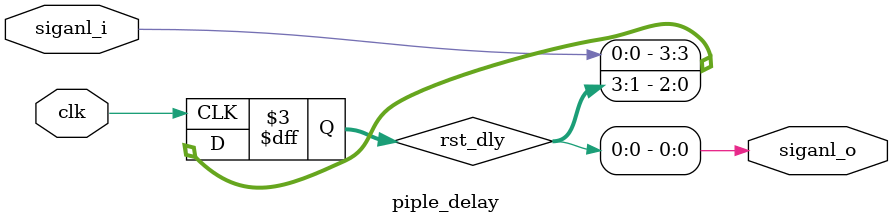
<source format=v>
/*
    // piple_delay Parameters
    parameter DLY  = 3;

    // piple_delay Inputs
    reg   siganl_i = 0;

    // piple_delay Outputs
    wire  siganl_o;

    piple_delay #(
        .DLY ( DLY ))
    piple_delay (
        .clk      ( clk      ),
        .siganl_i ( siganl_i ),
        .siganl_o ( siganl_o )
    );
*/

module piple_delay #(
    parameter DLY = 3
) (
    input  wire clk,
    input  wire siganl_i,
    output wire siganl_o
);

    // reg [DLY:0] rst_dly = {DLY{1'b0}};
    reg [DLY:0] rst_dly = {(DLY + 1) {1'b0}};
    always @(posedge clk) rst_dly <= {siganl_i, rst_dly[DLY:1]};
    assign siganl_o = rst_dly[0];

endmodule

</source>
